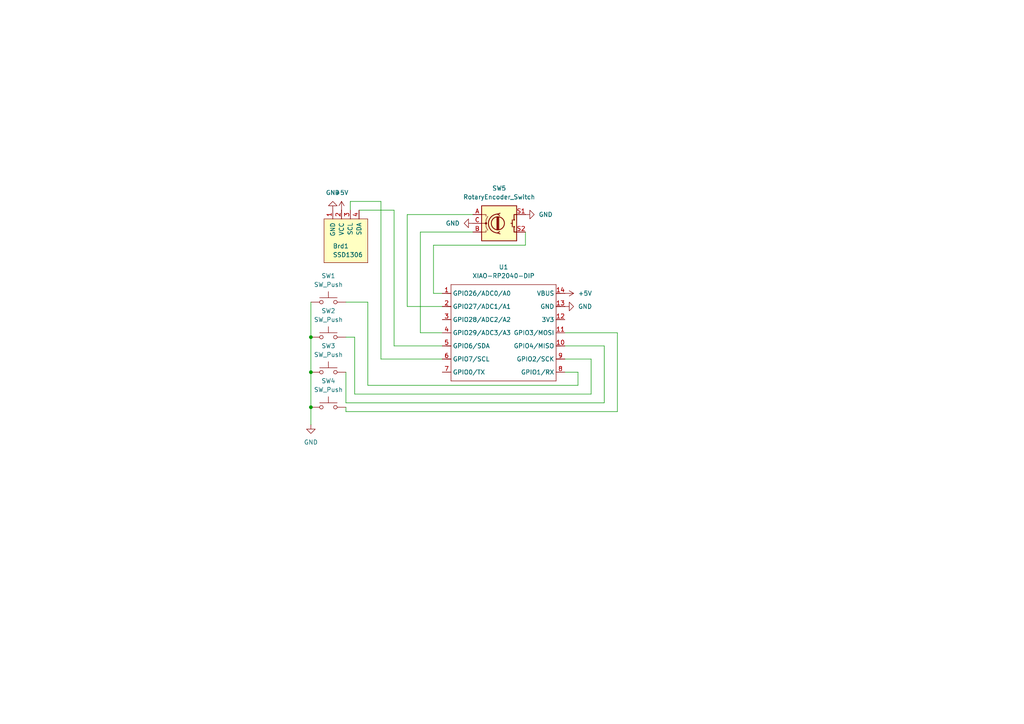
<source format=kicad_sch>
(kicad_sch
	(version 20231120)
	(generator "eeschema")
	(generator_version "8.0")
	(uuid "57f54316-b327-454d-b09a-b37c94030011")
	(paper "A4")
	(lib_symbols
		(symbol "0.96_OLED_Display:SSD1306"
			(pin_names
				(offset 1.016)
			)
			(exclude_from_sim no)
			(in_bom yes)
			(on_board yes)
			(property "Reference" "Brd"
				(at 0 -3.81 0)
				(effects
					(font
						(size 1.27 1.27)
					)
				)
			)
			(property "Value" "SSD1306"
				(at 0 -1.27 0)
				(effects
					(font
						(size 1.27 1.27)
					)
				)
			)
			(property "Footprint" ""
				(at 0 6.35 0)
				(effects
					(font
						(size 1.27 1.27)
					)
					(hide yes)
				)
			)
			(property "Datasheet" ""
				(at 0 6.35 0)
				(effects
					(font
						(size 1.27 1.27)
					)
					(hide yes)
				)
			)
			(property "Description" "SSD1306 OLED"
				(at 0 0 0)
				(effects
					(font
						(size 1.27 1.27)
					)
					(hide yes)
				)
			)
			(property "ki_keywords" "SSD1306"
				(at 0 0 0)
				(effects
					(font
						(size 1.27 1.27)
					)
					(hide yes)
				)
			)
			(property "ki_fp_filters" "SSD1306-128x64_OLED:SSD1306"
				(at 0 0 0)
				(effects
					(font
						(size 1.27 1.27)
					)
					(hide yes)
				)
			)
			(symbol "SSD1306_0_1"
				(rectangle
					(start -6.35 6.35)
					(end 6.35 -6.35)
					(stroke
						(width 0)
						(type solid)
					)
					(fill
						(type background)
					)
				)
			)
			(symbol "SSD1306_1_1"
				(pin input line
					(at -3.81 8.89 270)
					(length 2.54)
					(name "GND"
						(effects
							(font
								(size 1.27 1.27)
							)
						)
					)
					(number "1"
						(effects
							(font
								(size 1.27 1.27)
							)
						)
					)
				)
				(pin input line
					(at -1.27 8.89 270)
					(length 2.54)
					(name "VCC"
						(effects
							(font
								(size 1.27 1.27)
							)
						)
					)
					(number "2"
						(effects
							(font
								(size 1.27 1.27)
							)
						)
					)
				)
				(pin input line
					(at 1.27 8.89 270)
					(length 2.54)
					(name "SCL"
						(effects
							(font
								(size 1.27 1.27)
							)
						)
					)
					(number "3"
						(effects
							(font
								(size 1.27 1.27)
							)
						)
					)
				)
				(pin input line
					(at 3.81 8.89 270)
					(length 2.54)
					(name "SDA"
						(effects
							(font
								(size 1.27 1.27)
							)
						)
					)
					(number "4"
						(effects
							(font
								(size 1.27 1.27)
							)
						)
					)
				)
			)
		)
		(symbol "Device:RotaryEncoder_Switch"
			(pin_names
				(offset 0.254) hide)
			(exclude_from_sim no)
			(in_bom yes)
			(on_board yes)
			(property "Reference" "SW"
				(at 0 6.604 0)
				(effects
					(font
						(size 1.27 1.27)
					)
				)
			)
			(property "Value" "RotaryEncoder_Switch"
				(at 0 -6.604 0)
				(effects
					(font
						(size 1.27 1.27)
					)
				)
			)
			(property "Footprint" ""
				(at -3.81 4.064 0)
				(effects
					(font
						(size 1.27 1.27)
					)
					(hide yes)
				)
			)
			(property "Datasheet" "~"
				(at 0 6.604 0)
				(effects
					(font
						(size 1.27 1.27)
					)
					(hide yes)
				)
			)
			(property "Description" "Rotary encoder, dual channel, incremental quadrate outputs, with switch"
				(at 0 0 0)
				(effects
					(font
						(size 1.27 1.27)
					)
					(hide yes)
				)
			)
			(property "ki_keywords" "rotary switch encoder switch push button"
				(at 0 0 0)
				(effects
					(font
						(size 1.27 1.27)
					)
					(hide yes)
				)
			)
			(property "ki_fp_filters" "RotaryEncoder*Switch*"
				(at 0 0 0)
				(effects
					(font
						(size 1.27 1.27)
					)
					(hide yes)
				)
			)
			(symbol "RotaryEncoder_Switch_0_1"
				(rectangle
					(start -5.08 5.08)
					(end 5.08 -5.08)
					(stroke
						(width 0.254)
						(type default)
					)
					(fill
						(type background)
					)
				)
				(circle
					(center -3.81 0)
					(radius 0.254)
					(stroke
						(width 0)
						(type default)
					)
					(fill
						(type outline)
					)
				)
				(circle
					(center -0.381 0)
					(radius 1.905)
					(stroke
						(width 0.254)
						(type default)
					)
					(fill
						(type none)
					)
				)
				(arc
					(start -0.381 2.667)
					(mid -3.0988 -0.0635)
					(end -0.381 -2.794)
					(stroke
						(width 0.254)
						(type default)
					)
					(fill
						(type none)
					)
				)
				(polyline
					(pts
						(xy -0.635 -1.778) (xy -0.635 1.778)
					)
					(stroke
						(width 0.254)
						(type default)
					)
					(fill
						(type none)
					)
				)
				(polyline
					(pts
						(xy -0.381 -1.778) (xy -0.381 1.778)
					)
					(stroke
						(width 0.254)
						(type default)
					)
					(fill
						(type none)
					)
				)
				(polyline
					(pts
						(xy -0.127 1.778) (xy -0.127 -1.778)
					)
					(stroke
						(width 0.254)
						(type default)
					)
					(fill
						(type none)
					)
				)
				(polyline
					(pts
						(xy 3.81 0) (xy 3.429 0)
					)
					(stroke
						(width 0.254)
						(type default)
					)
					(fill
						(type none)
					)
				)
				(polyline
					(pts
						(xy 3.81 1.016) (xy 3.81 -1.016)
					)
					(stroke
						(width 0.254)
						(type default)
					)
					(fill
						(type none)
					)
				)
				(polyline
					(pts
						(xy -5.08 -2.54) (xy -3.81 -2.54) (xy -3.81 -2.032)
					)
					(stroke
						(width 0)
						(type default)
					)
					(fill
						(type none)
					)
				)
				(polyline
					(pts
						(xy -5.08 2.54) (xy -3.81 2.54) (xy -3.81 2.032)
					)
					(stroke
						(width 0)
						(type default)
					)
					(fill
						(type none)
					)
				)
				(polyline
					(pts
						(xy 0.254 -3.048) (xy -0.508 -2.794) (xy 0.127 -2.413)
					)
					(stroke
						(width 0.254)
						(type default)
					)
					(fill
						(type none)
					)
				)
				(polyline
					(pts
						(xy 0.254 2.921) (xy -0.508 2.667) (xy 0.127 2.286)
					)
					(stroke
						(width 0.254)
						(type default)
					)
					(fill
						(type none)
					)
				)
				(polyline
					(pts
						(xy 5.08 -2.54) (xy 4.318 -2.54) (xy 4.318 -1.016)
					)
					(stroke
						(width 0.254)
						(type default)
					)
					(fill
						(type none)
					)
				)
				(polyline
					(pts
						(xy 5.08 2.54) (xy 4.318 2.54) (xy 4.318 1.016)
					)
					(stroke
						(width 0.254)
						(type default)
					)
					(fill
						(type none)
					)
				)
				(polyline
					(pts
						(xy -5.08 0) (xy -3.81 0) (xy -3.81 -1.016) (xy -3.302 -2.032)
					)
					(stroke
						(width 0)
						(type default)
					)
					(fill
						(type none)
					)
				)
				(polyline
					(pts
						(xy -4.318 0) (xy -3.81 0) (xy -3.81 1.016) (xy -3.302 2.032)
					)
					(stroke
						(width 0)
						(type default)
					)
					(fill
						(type none)
					)
				)
				(circle
					(center 4.318 -1.016)
					(radius 0.127)
					(stroke
						(width 0.254)
						(type default)
					)
					(fill
						(type none)
					)
				)
				(circle
					(center 4.318 1.016)
					(radius 0.127)
					(stroke
						(width 0.254)
						(type default)
					)
					(fill
						(type none)
					)
				)
			)
			(symbol "RotaryEncoder_Switch_1_1"
				(pin passive line
					(at -7.62 2.54 0)
					(length 2.54)
					(name "A"
						(effects
							(font
								(size 1.27 1.27)
							)
						)
					)
					(number "A"
						(effects
							(font
								(size 1.27 1.27)
							)
						)
					)
				)
				(pin passive line
					(at -7.62 -2.54 0)
					(length 2.54)
					(name "B"
						(effects
							(font
								(size 1.27 1.27)
							)
						)
					)
					(number "B"
						(effects
							(font
								(size 1.27 1.27)
							)
						)
					)
				)
				(pin passive line
					(at -7.62 0 0)
					(length 2.54)
					(name "C"
						(effects
							(font
								(size 1.27 1.27)
							)
						)
					)
					(number "C"
						(effects
							(font
								(size 1.27 1.27)
							)
						)
					)
				)
				(pin passive line
					(at 7.62 2.54 180)
					(length 2.54)
					(name "S1"
						(effects
							(font
								(size 1.27 1.27)
							)
						)
					)
					(number "S1"
						(effects
							(font
								(size 1.27 1.27)
							)
						)
					)
				)
				(pin passive line
					(at 7.62 -2.54 180)
					(length 2.54)
					(name "S2"
						(effects
							(font
								(size 1.27 1.27)
							)
						)
					)
					(number "S2"
						(effects
							(font
								(size 1.27 1.27)
							)
						)
					)
				)
			)
		)
		(symbol "OPL:XIAO-RP2040-DIP"
			(exclude_from_sim no)
			(in_bom yes)
			(on_board yes)
			(property "Reference" "U"
				(at 0 0 0)
				(effects
					(font
						(size 1.27 1.27)
					)
				)
			)
			(property "Value" "XIAO-RP2040-DIP"
				(at 5.334 -1.778 0)
				(effects
					(font
						(size 1.27 1.27)
					)
				)
			)
			(property "Footprint" "Module:MOUDLE14P-XIAO-DIP-SMD"
				(at 14.478 -32.258 0)
				(effects
					(font
						(size 1.27 1.27)
					)
					(hide yes)
				)
			)
			(property "Datasheet" ""
				(at 0 0 0)
				(effects
					(font
						(size 1.27 1.27)
					)
					(hide yes)
				)
			)
			(property "Description" ""
				(at 0 0 0)
				(effects
					(font
						(size 1.27 1.27)
					)
					(hide yes)
				)
			)
			(symbol "XIAO-RP2040-DIP_1_0"
				(polyline
					(pts
						(xy -1.27 -30.48) (xy -1.27 -16.51)
					)
					(stroke
						(width 0.1524)
						(type solid)
					)
					(fill
						(type none)
					)
				)
				(polyline
					(pts
						(xy -1.27 -27.94) (xy -2.54 -27.94)
					)
					(stroke
						(width 0.1524)
						(type solid)
					)
					(fill
						(type none)
					)
				)
				(polyline
					(pts
						(xy -1.27 -24.13) (xy -2.54 -24.13)
					)
					(stroke
						(width 0.1524)
						(type solid)
					)
					(fill
						(type none)
					)
				)
				(polyline
					(pts
						(xy -1.27 -20.32) (xy -2.54 -20.32)
					)
					(stroke
						(width 0.1524)
						(type solid)
					)
					(fill
						(type none)
					)
				)
				(polyline
					(pts
						(xy -1.27 -16.51) (xy -2.54 -16.51)
					)
					(stroke
						(width 0.1524)
						(type solid)
					)
					(fill
						(type none)
					)
				)
				(polyline
					(pts
						(xy -1.27 -16.51) (xy -1.27 -12.7)
					)
					(stroke
						(width 0.1524)
						(type solid)
					)
					(fill
						(type none)
					)
				)
				(polyline
					(pts
						(xy -1.27 -12.7) (xy -2.54 -12.7)
					)
					(stroke
						(width 0.1524)
						(type solid)
					)
					(fill
						(type none)
					)
				)
				(polyline
					(pts
						(xy -1.27 -12.7) (xy -1.27 -8.89)
					)
					(stroke
						(width 0.1524)
						(type solid)
					)
					(fill
						(type none)
					)
				)
				(polyline
					(pts
						(xy -1.27 -8.89) (xy -2.54 -8.89)
					)
					(stroke
						(width 0.1524)
						(type solid)
					)
					(fill
						(type none)
					)
				)
				(polyline
					(pts
						(xy -1.27 -8.89) (xy -1.27 -5.08)
					)
					(stroke
						(width 0.1524)
						(type solid)
					)
					(fill
						(type none)
					)
				)
				(polyline
					(pts
						(xy -1.27 -5.08) (xy -2.54 -5.08)
					)
					(stroke
						(width 0.1524)
						(type solid)
					)
					(fill
						(type none)
					)
				)
				(polyline
					(pts
						(xy -1.27 -5.08) (xy -1.27 -2.54)
					)
					(stroke
						(width 0.1524)
						(type solid)
					)
					(fill
						(type none)
					)
				)
				(polyline
					(pts
						(xy -1.27 -2.54) (xy 29.21 -2.54)
					)
					(stroke
						(width 0.1524)
						(type solid)
					)
					(fill
						(type none)
					)
				)
				(polyline
					(pts
						(xy 29.21 -30.48) (xy -1.27 -30.48)
					)
					(stroke
						(width 0.1524)
						(type solid)
					)
					(fill
						(type none)
					)
				)
				(polyline
					(pts
						(xy 29.21 -12.7) (xy 29.21 -30.48)
					)
					(stroke
						(width 0.1524)
						(type solid)
					)
					(fill
						(type none)
					)
				)
				(polyline
					(pts
						(xy 29.21 -8.89) (xy 29.21 -12.7)
					)
					(stroke
						(width 0.1524)
						(type solid)
					)
					(fill
						(type none)
					)
				)
				(polyline
					(pts
						(xy 29.21 -5.08) (xy 29.21 -8.89)
					)
					(stroke
						(width 0.1524)
						(type solid)
					)
					(fill
						(type none)
					)
				)
				(polyline
					(pts
						(xy 29.21 -2.54) (xy 29.21 -5.08)
					)
					(stroke
						(width 0.1524)
						(type solid)
					)
					(fill
						(type none)
					)
				)
				(polyline
					(pts
						(xy 30.48 -27.94) (xy 29.21 -27.94)
					)
					(stroke
						(width 0.1524)
						(type solid)
					)
					(fill
						(type none)
					)
				)
				(polyline
					(pts
						(xy 30.48 -24.13) (xy 29.21 -24.13)
					)
					(stroke
						(width 0.1524)
						(type solid)
					)
					(fill
						(type none)
					)
				)
				(polyline
					(pts
						(xy 30.48 -20.32) (xy 29.21 -20.32)
					)
					(stroke
						(width 0.1524)
						(type solid)
					)
					(fill
						(type none)
					)
				)
				(polyline
					(pts
						(xy 30.48 -16.51) (xy 29.21 -16.51)
					)
					(stroke
						(width 0.1524)
						(type solid)
					)
					(fill
						(type none)
					)
				)
				(polyline
					(pts
						(xy 30.48 -12.7) (xy 29.21 -12.7)
					)
					(stroke
						(width 0.1524)
						(type solid)
					)
					(fill
						(type none)
					)
				)
				(polyline
					(pts
						(xy 30.48 -8.89) (xy 29.21 -8.89)
					)
					(stroke
						(width 0.1524)
						(type solid)
					)
					(fill
						(type none)
					)
				)
				(polyline
					(pts
						(xy 30.48 -5.08) (xy 29.21 -5.08)
					)
					(stroke
						(width 0.1524)
						(type solid)
					)
					(fill
						(type none)
					)
				)
				(pin passive line
					(at -3.81 -5.08 0)
					(length 2.54)
					(name "GPIO26/ADC0/A0"
						(effects
							(font
								(size 1.27 1.27)
							)
						)
					)
					(number "1"
						(effects
							(font
								(size 1.27 1.27)
							)
						)
					)
				)
				(pin passive line
					(at 31.75 -20.32 180)
					(length 2.54)
					(name "GPIO4/MISO"
						(effects
							(font
								(size 1.27 1.27)
							)
						)
					)
					(number "10"
						(effects
							(font
								(size 1.27 1.27)
							)
						)
					)
				)
				(pin passive line
					(at 31.75 -16.51 180)
					(length 2.54)
					(name "GPIO3/MOSI"
						(effects
							(font
								(size 1.27 1.27)
							)
						)
					)
					(number "11"
						(effects
							(font
								(size 1.27 1.27)
							)
						)
					)
				)
				(pin passive line
					(at 31.75 -12.7 180)
					(length 2.54)
					(name "3V3"
						(effects
							(font
								(size 1.27 1.27)
							)
						)
					)
					(number "12"
						(effects
							(font
								(size 1.27 1.27)
							)
						)
					)
				)
				(pin passive line
					(at 31.75 -8.89 180)
					(length 2.54)
					(name "GND"
						(effects
							(font
								(size 1.27 1.27)
							)
						)
					)
					(number "13"
						(effects
							(font
								(size 1.27 1.27)
							)
						)
					)
				)
				(pin passive line
					(at 31.75 -5.08 180)
					(length 2.54)
					(name "VBUS"
						(effects
							(font
								(size 1.27 1.27)
							)
						)
					)
					(number "14"
						(effects
							(font
								(size 1.27 1.27)
							)
						)
					)
				)
				(pin passive line
					(at -3.81 -8.89 0)
					(length 2.54)
					(name "GPIO27/ADC1/A1"
						(effects
							(font
								(size 1.27 1.27)
							)
						)
					)
					(number "2"
						(effects
							(font
								(size 1.27 1.27)
							)
						)
					)
				)
				(pin passive line
					(at -3.81 -12.7 0)
					(length 2.54)
					(name "GPIO28/ADC2/A2"
						(effects
							(font
								(size 1.27 1.27)
							)
						)
					)
					(number "3"
						(effects
							(font
								(size 1.27 1.27)
							)
						)
					)
				)
				(pin passive line
					(at -3.81 -16.51 0)
					(length 2.54)
					(name "GPIO29/ADC3/A3"
						(effects
							(font
								(size 1.27 1.27)
							)
						)
					)
					(number "4"
						(effects
							(font
								(size 1.27 1.27)
							)
						)
					)
				)
				(pin passive line
					(at -3.81 -20.32 0)
					(length 2.54)
					(name "GPIO6/SDA"
						(effects
							(font
								(size 1.27 1.27)
							)
						)
					)
					(number "5"
						(effects
							(font
								(size 1.27 1.27)
							)
						)
					)
				)
				(pin passive line
					(at -3.81 -24.13 0)
					(length 2.54)
					(name "GPIO7/SCL"
						(effects
							(font
								(size 1.27 1.27)
							)
						)
					)
					(number "6"
						(effects
							(font
								(size 1.27 1.27)
							)
						)
					)
				)
				(pin passive line
					(at -3.81 -27.94 0)
					(length 2.54)
					(name "GPIO0/TX"
						(effects
							(font
								(size 1.27 1.27)
							)
						)
					)
					(number "7"
						(effects
							(font
								(size 1.27 1.27)
							)
						)
					)
				)
				(pin passive line
					(at 31.75 -27.94 180)
					(length 2.54)
					(name "GPIO1/RX"
						(effects
							(font
								(size 1.27 1.27)
							)
						)
					)
					(number "8"
						(effects
							(font
								(size 1.27 1.27)
							)
						)
					)
				)
				(pin passive line
					(at 31.75 -24.13 180)
					(length 2.54)
					(name "GPIO2/SCK"
						(effects
							(font
								(size 1.27 1.27)
							)
						)
					)
					(number "9"
						(effects
							(font
								(size 1.27 1.27)
							)
						)
					)
				)
			)
		)
		(symbol "Switch:SW_Push"
			(pin_numbers hide)
			(pin_names
				(offset 1.016) hide)
			(exclude_from_sim no)
			(in_bom yes)
			(on_board yes)
			(property "Reference" "SW"
				(at 1.27 2.54 0)
				(effects
					(font
						(size 1.27 1.27)
					)
					(justify left)
				)
			)
			(property "Value" "SW_Push"
				(at 0 -1.524 0)
				(effects
					(font
						(size 1.27 1.27)
					)
				)
			)
			(property "Footprint" ""
				(at 0 5.08 0)
				(effects
					(font
						(size 1.27 1.27)
					)
					(hide yes)
				)
			)
			(property "Datasheet" "~"
				(at 0 5.08 0)
				(effects
					(font
						(size 1.27 1.27)
					)
					(hide yes)
				)
			)
			(property "Description" "Push button switch, generic, two pins"
				(at 0 0 0)
				(effects
					(font
						(size 1.27 1.27)
					)
					(hide yes)
				)
			)
			(property "ki_keywords" "switch normally-open pushbutton push-button"
				(at 0 0 0)
				(effects
					(font
						(size 1.27 1.27)
					)
					(hide yes)
				)
			)
			(symbol "SW_Push_0_1"
				(circle
					(center -2.032 0)
					(radius 0.508)
					(stroke
						(width 0)
						(type default)
					)
					(fill
						(type none)
					)
				)
				(polyline
					(pts
						(xy 0 1.27) (xy 0 3.048)
					)
					(stroke
						(width 0)
						(type default)
					)
					(fill
						(type none)
					)
				)
				(polyline
					(pts
						(xy 2.54 1.27) (xy -2.54 1.27)
					)
					(stroke
						(width 0)
						(type default)
					)
					(fill
						(type none)
					)
				)
				(circle
					(center 2.032 0)
					(radius 0.508)
					(stroke
						(width 0)
						(type default)
					)
					(fill
						(type none)
					)
				)
				(pin passive line
					(at -5.08 0 0)
					(length 2.54)
					(name "1"
						(effects
							(font
								(size 1.27 1.27)
							)
						)
					)
					(number "1"
						(effects
							(font
								(size 1.27 1.27)
							)
						)
					)
				)
				(pin passive line
					(at 5.08 0 180)
					(length 2.54)
					(name "2"
						(effects
							(font
								(size 1.27 1.27)
							)
						)
					)
					(number "2"
						(effects
							(font
								(size 1.27 1.27)
							)
						)
					)
				)
			)
		)
		(symbol "power:+5V"
			(power)
			(pin_numbers hide)
			(pin_names
				(offset 0) hide)
			(exclude_from_sim no)
			(in_bom yes)
			(on_board yes)
			(property "Reference" "#PWR"
				(at 0 -3.81 0)
				(effects
					(font
						(size 1.27 1.27)
					)
					(hide yes)
				)
			)
			(property "Value" "+5V"
				(at 0 3.556 0)
				(effects
					(font
						(size 1.27 1.27)
					)
				)
			)
			(property "Footprint" ""
				(at 0 0 0)
				(effects
					(font
						(size 1.27 1.27)
					)
					(hide yes)
				)
			)
			(property "Datasheet" ""
				(at 0 0 0)
				(effects
					(font
						(size 1.27 1.27)
					)
					(hide yes)
				)
			)
			(property "Description" "Power symbol creates a global label with name \"+5V\""
				(at 0 0 0)
				(effects
					(font
						(size 1.27 1.27)
					)
					(hide yes)
				)
			)
			(property "ki_keywords" "global power"
				(at 0 0 0)
				(effects
					(font
						(size 1.27 1.27)
					)
					(hide yes)
				)
			)
			(symbol "+5V_0_1"
				(polyline
					(pts
						(xy -0.762 1.27) (xy 0 2.54)
					)
					(stroke
						(width 0)
						(type default)
					)
					(fill
						(type none)
					)
				)
				(polyline
					(pts
						(xy 0 0) (xy 0 2.54)
					)
					(stroke
						(width 0)
						(type default)
					)
					(fill
						(type none)
					)
				)
				(polyline
					(pts
						(xy 0 2.54) (xy 0.762 1.27)
					)
					(stroke
						(width 0)
						(type default)
					)
					(fill
						(type none)
					)
				)
			)
			(symbol "+5V_1_1"
				(pin power_in line
					(at 0 0 90)
					(length 0)
					(name "~"
						(effects
							(font
								(size 1.27 1.27)
							)
						)
					)
					(number "1"
						(effects
							(font
								(size 1.27 1.27)
							)
						)
					)
				)
			)
		)
		(symbol "power:GND"
			(power)
			(pin_numbers hide)
			(pin_names
				(offset 0) hide)
			(exclude_from_sim no)
			(in_bom yes)
			(on_board yes)
			(property "Reference" "#PWR"
				(at 0 -6.35 0)
				(effects
					(font
						(size 1.27 1.27)
					)
					(hide yes)
				)
			)
			(property "Value" "GND"
				(at 0 -3.81 0)
				(effects
					(font
						(size 1.27 1.27)
					)
				)
			)
			(property "Footprint" ""
				(at 0 0 0)
				(effects
					(font
						(size 1.27 1.27)
					)
					(hide yes)
				)
			)
			(property "Datasheet" ""
				(at 0 0 0)
				(effects
					(font
						(size 1.27 1.27)
					)
					(hide yes)
				)
			)
			(property "Description" "Power symbol creates a global label with name \"GND\" , ground"
				(at 0 0 0)
				(effects
					(font
						(size 1.27 1.27)
					)
					(hide yes)
				)
			)
			(property "ki_keywords" "global power"
				(at 0 0 0)
				(effects
					(font
						(size 1.27 1.27)
					)
					(hide yes)
				)
			)
			(symbol "GND_0_1"
				(polyline
					(pts
						(xy 0 0) (xy 0 -1.27) (xy 1.27 -1.27) (xy 0 -2.54) (xy -1.27 -1.27) (xy 0 -1.27)
					)
					(stroke
						(width 0)
						(type default)
					)
					(fill
						(type none)
					)
				)
			)
			(symbol "GND_1_1"
				(pin power_in line
					(at 0 0 270)
					(length 0)
					(name "~"
						(effects
							(font
								(size 1.27 1.27)
							)
						)
					)
					(number "1"
						(effects
							(font
								(size 1.27 1.27)
							)
						)
					)
				)
			)
		)
	)
	(junction
		(at 90.17 118.11)
		(diameter 0)
		(color 0 0 0 0)
		(uuid "1bcc1ca1-f6e0-4334-b96a-a8f894af226c")
	)
	(junction
		(at 90.17 107.95)
		(diameter 0)
		(color 0 0 0 0)
		(uuid "33be2c8a-83da-44a4-8d36-3198df60b559")
	)
	(junction
		(at 90.17 97.79)
		(diameter 0)
		(color 0 0 0 0)
		(uuid "dc423c67-996b-461d-a205-fe1f8450b45b")
	)
	(wire
		(pts
			(xy 167.64 107.95) (xy 163.83 107.95)
		)
		(stroke
			(width 0)
			(type default)
		)
		(uuid "023fae08-4c4d-4f2d-b103-a9e375600845")
	)
	(wire
		(pts
			(xy 101.6 58.42) (xy 110.49 58.42)
		)
		(stroke
			(width 0)
			(type default)
		)
		(uuid "066eac71-1414-4e74-b72c-b28c45d50ee5")
	)
	(wire
		(pts
			(xy 90.17 107.95) (xy 90.17 118.11)
		)
		(stroke
			(width 0)
			(type default)
		)
		(uuid "0aee2114-6850-4809-9146-1e8f16955631")
	)
	(wire
		(pts
			(xy 100.33 97.79) (xy 102.87 97.79)
		)
		(stroke
			(width 0)
			(type default)
		)
		(uuid "1264581c-9da1-4733-a804-e3ce391f414c")
	)
	(wire
		(pts
			(xy 101.6 60.96) (xy 101.6 58.42)
		)
		(stroke
			(width 0)
			(type default)
		)
		(uuid "12954e63-61b7-4ae8-bdc3-b214d5b84e01")
	)
	(wire
		(pts
			(xy 152.4 71.12) (xy 125.73 71.12)
		)
		(stroke
			(width 0)
			(type default)
		)
		(uuid "1abc742f-3942-445b-a85c-70f157e11f7b")
	)
	(wire
		(pts
			(xy 110.49 104.14) (xy 128.27 104.14)
		)
		(stroke
			(width 0)
			(type default)
		)
		(uuid "2368b4c0-4d25-4374-b33d-79687b67ed0d")
	)
	(wire
		(pts
			(xy 167.64 111.76) (xy 167.64 107.95)
		)
		(stroke
			(width 0)
			(type default)
		)
		(uuid "25d802ef-b0a9-43f7-818a-af6bb17d27f1")
	)
	(wire
		(pts
			(xy 121.92 96.52) (xy 128.27 96.52)
		)
		(stroke
			(width 0)
			(type default)
		)
		(uuid "33797e28-7ddd-4837-9533-8b9cb1b21f21")
	)
	(wire
		(pts
			(xy 125.73 71.12) (xy 125.73 85.09)
		)
		(stroke
			(width 0)
			(type default)
		)
		(uuid "3a31426d-f0d4-4470-ac68-0f1c1a09adbc")
	)
	(wire
		(pts
			(xy 137.16 67.31) (xy 121.92 67.31)
		)
		(stroke
			(width 0)
			(type default)
		)
		(uuid "40d17c1b-82bb-4828-9f77-ce07a5dc46d2")
	)
	(wire
		(pts
			(xy 163.83 96.52) (xy 179.07 96.52)
		)
		(stroke
			(width 0)
			(type default)
		)
		(uuid "51cecaa1-3ba9-404c-a8bb-2b8eb0bce136")
	)
	(wire
		(pts
			(xy 100.33 119.38) (xy 179.07 119.38)
		)
		(stroke
			(width 0)
			(type default)
		)
		(uuid "526f43a9-b645-4823-bc8c-f7a775826e9b")
	)
	(wire
		(pts
			(xy 100.33 87.63) (xy 106.68 87.63)
		)
		(stroke
			(width 0)
			(type default)
		)
		(uuid "5569f6d7-b67b-4c5c-a364-9a052023f18e")
	)
	(wire
		(pts
			(xy 106.68 111.76) (xy 167.64 111.76)
		)
		(stroke
			(width 0)
			(type default)
		)
		(uuid "670788e1-925d-40c9-acda-773d3e61b9b0")
	)
	(wire
		(pts
			(xy 100.33 118.11) (xy 100.33 119.38)
		)
		(stroke
			(width 0)
			(type default)
		)
		(uuid "707fcd9f-e444-4d8d-ba06-67c57e167d8a")
	)
	(wire
		(pts
			(xy 114.3 60.96) (xy 114.3 100.33)
		)
		(stroke
			(width 0)
			(type default)
		)
		(uuid "73c940a9-70a8-4d47-86e7-cf4dbb139067")
	)
	(wire
		(pts
			(xy 179.07 96.52) (xy 179.07 119.38)
		)
		(stroke
			(width 0)
			(type default)
		)
		(uuid "784a049a-6498-485c-ad81-a1b39ab68031")
	)
	(wire
		(pts
			(xy 110.49 58.42) (xy 110.49 104.14)
		)
		(stroke
			(width 0)
			(type default)
		)
		(uuid "7bbefe10-c747-4432-a180-498118af5a20")
	)
	(wire
		(pts
			(xy 100.33 116.84) (xy 175.26 116.84)
		)
		(stroke
			(width 0)
			(type default)
		)
		(uuid "7d260fa2-b121-46e1-9708-90033b5b0cc9")
	)
	(wire
		(pts
			(xy 125.73 85.09) (xy 128.27 85.09)
		)
		(stroke
			(width 0)
			(type default)
		)
		(uuid "7f4c8066-c1ea-4feb-904c-c9797d034a90")
	)
	(wire
		(pts
			(xy 114.3 100.33) (xy 128.27 100.33)
		)
		(stroke
			(width 0)
			(type default)
		)
		(uuid "8039f36e-9ffa-46a4-8423-13408f31d7ce")
	)
	(wire
		(pts
			(xy 100.33 107.95) (xy 100.33 116.84)
		)
		(stroke
			(width 0)
			(type default)
		)
		(uuid "81b00f63-8623-456e-acd6-7fae4b321369")
	)
	(wire
		(pts
			(xy 118.11 88.9) (xy 128.27 88.9)
		)
		(stroke
			(width 0)
			(type default)
		)
		(uuid "8e0aca15-edfa-42a2-a736-1492873e849b")
	)
	(wire
		(pts
			(xy 137.16 62.23) (xy 118.11 62.23)
		)
		(stroke
			(width 0)
			(type default)
		)
		(uuid "a0a55dd3-446b-446d-aafb-e1abc3d9861b")
	)
	(wire
		(pts
			(xy 171.45 114.3) (xy 171.45 104.14)
		)
		(stroke
			(width 0)
			(type default)
		)
		(uuid "a4649d0d-55cd-4534-b83d-60bf6728ae46")
	)
	(wire
		(pts
			(xy 102.87 114.3) (xy 171.45 114.3)
		)
		(stroke
			(width 0)
			(type default)
		)
		(uuid "bcbaebb0-1b62-429a-a411-6cb0205a13d8")
	)
	(wire
		(pts
			(xy 106.68 87.63) (xy 106.68 111.76)
		)
		(stroke
			(width 0)
			(type default)
		)
		(uuid "c223c7d8-5aef-48f5-91ef-8e0ef64159c4")
	)
	(wire
		(pts
			(xy 163.83 104.14) (xy 171.45 104.14)
		)
		(stroke
			(width 0)
			(type default)
		)
		(uuid "c4663e45-1470-4889-8ed9-e47e9f571f9f")
	)
	(wire
		(pts
			(xy 90.17 118.11) (xy 90.17 123.19)
		)
		(stroke
			(width 0)
			(type default)
		)
		(uuid "d3e790c9-75af-48f7-93f8-1f219a47449c")
	)
	(wire
		(pts
			(xy 152.4 67.31) (xy 152.4 71.12)
		)
		(stroke
			(width 0)
			(type default)
		)
		(uuid "d5ff4e90-01e3-4962-8323-65b36a79fd09")
	)
	(wire
		(pts
			(xy 90.17 87.63) (xy 90.17 97.79)
		)
		(stroke
			(width 0)
			(type default)
		)
		(uuid "d94a8f5c-b39a-4baf-9dbc-8c381b709fe0")
	)
	(wire
		(pts
			(xy 118.11 62.23) (xy 118.11 88.9)
		)
		(stroke
			(width 0)
			(type default)
		)
		(uuid "e414602b-28a4-4e20-99ab-9d84f69eec1b")
	)
	(wire
		(pts
			(xy 104.14 60.96) (xy 114.3 60.96)
		)
		(stroke
			(width 0)
			(type default)
		)
		(uuid "e4cfe7fc-f5d6-4b98-a996-0aa4d95d6712")
	)
	(wire
		(pts
			(xy 175.26 100.33) (xy 163.83 100.33)
		)
		(stroke
			(width 0)
			(type default)
		)
		(uuid "e67eb477-4f1f-4b98-a304-a3396f3ee5ca")
	)
	(wire
		(pts
			(xy 121.92 67.31) (xy 121.92 96.52)
		)
		(stroke
			(width 0)
			(type default)
		)
		(uuid "e7d27706-627e-4c48-b6b5-dc512a12092c")
	)
	(wire
		(pts
			(xy 90.17 97.79) (xy 90.17 107.95)
		)
		(stroke
			(width 0)
			(type default)
		)
		(uuid "f0a9c15a-46b8-42d0-9e03-8e8280a510b9")
	)
	(wire
		(pts
			(xy 102.87 97.79) (xy 102.87 114.3)
		)
		(stroke
			(width 0)
			(type default)
		)
		(uuid "fc418e35-a8a6-44b5-8d86-b94787541aad")
	)
	(wire
		(pts
			(xy 175.26 116.84) (xy 175.26 100.33)
		)
		(stroke
			(width 0)
			(type default)
		)
		(uuid "fda1d667-bd5d-428e-8c0f-d76b2281232d")
	)
	(symbol
		(lib_id "OPL:XIAO-RP2040-DIP")
		(at 132.08 80.01 0)
		(unit 1)
		(exclude_from_sim no)
		(in_bom yes)
		(on_board yes)
		(dnp no)
		(fields_autoplaced yes)
		(uuid "0e73b59f-735c-4f84-bb13-3e7e6f216612")
		(property "Reference" "U1"
			(at 146.05 77.47 0)
			(effects
				(font
					(size 1.27 1.27)
				)
			)
		)
		(property "Value" "XIAO-RP2040-DIP"
			(at 146.05 80.01 0)
			(effects
				(font
					(size 1.27 1.27)
				)
			)
		)
		(property "Footprint" "OPL:XIAO-RP2040-DIP"
			(at 146.558 112.268 0)
			(effects
				(font
					(size 1.27 1.27)
				)
				(hide yes)
			)
		)
		(property "Datasheet" ""
			(at 132.08 80.01 0)
			(effects
				(font
					(size 1.27 1.27)
				)
				(hide yes)
			)
		)
		(property "Description" ""
			(at 132.08 80.01 0)
			(effects
				(font
					(size 1.27 1.27)
				)
				(hide yes)
			)
		)
		(pin "5"
			(uuid "d016dfb8-b129-49b5-89cf-a012d391635e")
		)
		(pin "7"
			(uuid "d6a15a72-fea4-4964-a08f-a75f178ff6ba")
		)
		(pin "10"
			(uuid "1bbaddfb-df6d-4c86-a50b-54a93bf66736")
		)
		(pin "3"
			(uuid "94e93525-d48d-44f2-ac64-98607b5b9bd4")
		)
		(pin "8"
			(uuid "933d3f07-0cb3-45d0-8675-ee21aa18658d")
		)
		(pin "9"
			(uuid "8d68485d-8c25-4bfe-a5b8-9ffcead1ccbd")
		)
		(pin "1"
			(uuid "f78254c8-7150-44f1-b64b-0cc570113c4d")
		)
		(pin "11"
			(uuid "c587a96a-7d15-43c7-8331-e9781d107ecf")
		)
		(pin "4"
			(uuid "378d379f-5268-48f0-884a-e2dcd13b9cbe")
		)
		(pin "14"
			(uuid "e5c4d05d-788e-4e59-b273-bb3577e0bd72")
		)
		(pin "6"
			(uuid "a6d51f7a-9e1c-4091-8e08-7865df7dad57")
		)
		(pin "2"
			(uuid "77c48d8b-e082-4629-bc23-0b0cb83af5de")
		)
		(pin "12"
			(uuid "537cf442-c6ad-41ca-b7ae-04257be3b8f5")
		)
		(pin "13"
			(uuid "6500914e-9975-4703-9fd0-4153a6aa997d")
		)
		(instances
			(project ""
				(path "/57f54316-b327-454d-b09a-b37c94030011"
					(reference "U1")
					(unit 1)
				)
			)
		)
	)
	(symbol
		(lib_id "power:GND")
		(at 152.4 62.23 90)
		(unit 1)
		(exclude_from_sim no)
		(in_bom yes)
		(on_board yes)
		(dnp no)
		(fields_autoplaced yes)
		(uuid "1c1a0e37-42b2-4deb-9354-b4d7ca6fb45e")
		(property "Reference" "#PWR03"
			(at 158.75 62.23 0)
			(effects
				(font
					(size 1.27 1.27)
				)
				(hide yes)
			)
		)
		(property "Value" "GND"
			(at 156.21 62.2299 90)
			(effects
				(font
					(size 1.27 1.27)
				)
				(justify right)
			)
		)
		(property "Footprint" ""
			(at 152.4 62.23 0)
			(effects
				(font
					(size 1.27 1.27)
				)
				(hide yes)
			)
		)
		(property "Datasheet" ""
			(at 152.4 62.23 0)
			(effects
				(font
					(size 1.27 1.27)
				)
				(hide yes)
			)
		)
		(property "Description" "Power symbol creates a global label with name \"GND\" , ground"
			(at 152.4 62.23 0)
			(effects
				(font
					(size 1.27 1.27)
				)
				(hide yes)
			)
		)
		(pin "1"
			(uuid "a463953b-af48-4dfc-acdb-787f42e9da92")
		)
		(instances
			(project ""
				(path "/57f54316-b327-454d-b09a-b37c94030011"
					(reference "#PWR03")
					(unit 1)
				)
			)
		)
	)
	(symbol
		(lib_id "Switch:SW_Push")
		(at 95.25 87.63 0)
		(unit 1)
		(exclude_from_sim no)
		(in_bom yes)
		(on_board yes)
		(dnp no)
		(fields_autoplaced yes)
		(uuid "1fe8cde4-10f1-4240-8106-d1e1b31b7219")
		(property "Reference" "SW1"
			(at 95.25 80.01 0)
			(effects
				(font
					(size 1.27 1.27)
				)
			)
		)
		(property "Value" "SW_Push"
			(at 95.25 82.55 0)
			(effects
				(font
					(size 1.27 1.27)
				)
			)
		)
		(property "Footprint" "Button_Switch_Keyboard:SW_Cherry_MX_1.00u_PCB"
			(at 95.25 82.55 0)
			(effects
				(font
					(size 1.27 1.27)
				)
				(hide yes)
			)
		)
		(property "Datasheet" "~"
			(at 95.25 82.55 0)
			(effects
				(font
					(size 1.27 1.27)
				)
				(hide yes)
			)
		)
		(property "Description" "Push button switch, generic, two pins"
			(at 95.25 87.63 0)
			(effects
				(font
					(size 1.27 1.27)
				)
				(hide yes)
			)
		)
		(pin "1"
			(uuid "9b3e518b-336d-490a-8d0f-3465aa5da295")
		)
		(pin "2"
			(uuid "1d273315-9a92-4aad-9be0-469891a2ed2c")
		)
		(instances
			(project "PCB-Design"
				(path "/57f54316-b327-454d-b09a-b37c94030011"
					(reference "SW1")
					(unit 1)
				)
			)
		)
	)
	(symbol
		(lib_id "Switch:SW_Push")
		(at 95.25 107.95 0)
		(unit 1)
		(exclude_from_sim no)
		(in_bom yes)
		(on_board yes)
		(dnp no)
		(fields_autoplaced yes)
		(uuid "271cdb8d-a4a0-483e-9820-8ac108efbd86")
		(property "Reference" "SW3"
			(at 95.25 100.33 0)
			(effects
				(font
					(size 1.27 1.27)
				)
			)
		)
		(property "Value" "SW_Push"
			(at 95.25 102.87 0)
			(effects
				(font
					(size 1.27 1.27)
				)
			)
		)
		(property "Footprint" "Button_Switch_Keyboard:SW_Cherry_MX_1.00u_PCB"
			(at 95.25 102.87 0)
			(effects
				(font
					(size 1.27 1.27)
				)
				(hide yes)
			)
		)
		(property "Datasheet" "~"
			(at 95.25 102.87 0)
			(effects
				(font
					(size 1.27 1.27)
				)
				(hide yes)
			)
		)
		(property "Description" "Push button switch, generic, two pins"
			(at 95.25 107.95 0)
			(effects
				(font
					(size 1.27 1.27)
				)
				(hide yes)
			)
		)
		(pin "1"
			(uuid "7e344c27-988c-45d8-b8ba-396b7ca325cc")
		)
		(pin "2"
			(uuid "3d1c25eb-64f7-40fa-8dde-3f87f88b0d8b")
		)
		(instances
			(project "PCB-Design"
				(path "/57f54316-b327-454d-b09a-b37c94030011"
					(reference "SW3")
					(unit 1)
				)
			)
		)
	)
	(symbol
		(lib_id "power:GND")
		(at 137.16 64.77 270)
		(unit 1)
		(exclude_from_sim no)
		(in_bom yes)
		(on_board yes)
		(dnp no)
		(fields_autoplaced yes)
		(uuid "39d91337-364e-4367-a7f3-2442e0576bb6")
		(property "Reference" "#PWR02"
			(at 130.81 64.77 0)
			(effects
				(font
					(size 1.27 1.27)
				)
				(hide yes)
			)
		)
		(property "Value" "GND"
			(at 133.35 64.7699 90)
			(effects
				(font
					(size 1.27 1.27)
				)
				(justify right)
			)
		)
		(property "Footprint" ""
			(at 137.16 64.77 0)
			(effects
				(font
					(size 1.27 1.27)
				)
				(hide yes)
			)
		)
		(property "Datasheet" ""
			(at 137.16 64.77 0)
			(effects
				(font
					(size 1.27 1.27)
				)
				(hide yes)
			)
		)
		(property "Description" "Power symbol creates a global label with name \"GND\" , ground"
			(at 137.16 64.77 0)
			(effects
				(font
					(size 1.27 1.27)
				)
				(hide yes)
			)
		)
		(pin "1"
			(uuid "5a6ddf6b-f9d0-4bbb-b73c-eec06268b6e0")
		)
		(instances
			(project ""
				(path "/57f54316-b327-454d-b09a-b37c94030011"
					(reference "#PWR02")
					(unit 1)
				)
			)
		)
	)
	(symbol
		(lib_id "0.96_OLED_Display:SSD1306")
		(at 100.33 69.85 0)
		(unit 1)
		(exclude_from_sim no)
		(in_bom yes)
		(on_board yes)
		(dnp no)
		(uuid "6352322f-dfa5-48e2-89c8-366a9a796027")
		(property "Reference" "Brd1"
			(at 96.52 71.374 0)
			(effects
				(font
					(size 1.27 1.27)
				)
				(justify left)
			)
		)
		(property "Value" "SSD1306"
			(at 96.52 73.914 0)
			(effects
				(font
					(size 1.27 1.27)
				)
				(justify left)
			)
		)
		(property "Footprint" "0.96_OLED_Display:128x64OLED"
			(at 100.33 63.5 0)
			(effects
				(font
					(size 1.27 1.27)
				)
				(hide yes)
			)
		)
		(property "Datasheet" ""
			(at 100.33 63.5 0)
			(effects
				(font
					(size 1.27 1.27)
				)
				(hide yes)
			)
		)
		(property "Description" "SSD1306 OLED"
			(at 100.33 69.85 0)
			(effects
				(font
					(size 1.27 1.27)
				)
				(hide yes)
			)
		)
		(pin "1"
			(uuid "9825ed62-e57f-4e8f-9eaa-a21fefb64934")
		)
		(pin "2"
			(uuid "9d032d73-2c0b-4422-a857-aa851435a139")
		)
		(pin "4"
			(uuid "da61a4df-6958-4f6b-86eb-7d31b69b8583")
		)
		(pin "3"
			(uuid "4b745bd2-0ac4-44d2-91a0-7bd8e0a1a3e3")
		)
		(instances
			(project ""
				(path "/57f54316-b327-454d-b09a-b37c94030011"
					(reference "Brd1")
					(unit 1)
				)
			)
		)
	)
	(symbol
		(lib_id "power:+5V")
		(at 99.06 60.96 0)
		(unit 1)
		(exclude_from_sim no)
		(in_bom yes)
		(on_board yes)
		(dnp no)
		(fields_autoplaced yes)
		(uuid "7f3fd719-601b-4843-8c36-e5afc402f947")
		(property "Reference" "#PWR07"
			(at 99.06 64.77 0)
			(effects
				(font
					(size 1.27 1.27)
				)
				(hide yes)
			)
		)
		(property "Value" "+5V"
			(at 99.06 55.88 0)
			(effects
				(font
					(size 1.27 1.27)
				)
			)
		)
		(property "Footprint" ""
			(at 99.06 60.96 0)
			(effects
				(font
					(size 1.27 1.27)
				)
				(hide yes)
			)
		)
		(property "Datasheet" ""
			(at 99.06 60.96 0)
			(effects
				(font
					(size 1.27 1.27)
				)
				(hide yes)
			)
		)
		(property "Description" "Power symbol creates a global label with name \"+5V\""
			(at 99.06 60.96 0)
			(effects
				(font
					(size 1.27 1.27)
				)
				(hide yes)
			)
		)
		(pin "1"
			(uuid "8dbfb334-3f4d-4f64-8063-f68b9787c98b")
		)
		(instances
			(project "PCB-Design"
				(path "/57f54316-b327-454d-b09a-b37c94030011"
					(reference "#PWR07")
					(unit 1)
				)
			)
		)
	)
	(symbol
		(lib_id "power:GND")
		(at 90.17 123.19 0)
		(unit 1)
		(exclude_from_sim no)
		(in_bom yes)
		(on_board yes)
		(dnp no)
		(fields_autoplaced yes)
		(uuid "8e583d70-517d-48a2-91ea-8bc63877cf79")
		(property "Reference" "#PWR01"
			(at 90.17 129.54 0)
			(effects
				(font
					(size 1.27 1.27)
				)
				(hide yes)
			)
		)
		(property "Value" "GND"
			(at 90.17 128.27 0)
			(effects
				(font
					(size 1.27 1.27)
				)
			)
		)
		(property "Footprint" ""
			(at 90.17 123.19 0)
			(effects
				(font
					(size 1.27 1.27)
				)
				(hide yes)
			)
		)
		(property "Datasheet" ""
			(at 90.17 123.19 0)
			(effects
				(font
					(size 1.27 1.27)
				)
				(hide yes)
			)
		)
		(property "Description" "Power symbol creates a global label with name \"GND\" , ground"
			(at 90.17 123.19 0)
			(effects
				(font
					(size 1.27 1.27)
				)
				(hide yes)
			)
		)
		(pin "1"
			(uuid "4d4ce4e2-a476-4bf9-962f-0ad9e6337231")
		)
		(instances
			(project ""
				(path "/57f54316-b327-454d-b09a-b37c94030011"
					(reference "#PWR01")
					(unit 1)
				)
			)
		)
	)
	(symbol
		(lib_id "power:GND")
		(at 163.83 88.9 90)
		(unit 1)
		(exclude_from_sim no)
		(in_bom yes)
		(on_board yes)
		(dnp no)
		(fields_autoplaced yes)
		(uuid "adffc8af-0d5e-42de-ba41-ec3d38c197b5")
		(property "Reference" "#PWR05"
			(at 170.18 88.9 0)
			(effects
				(font
					(size 1.27 1.27)
				)
				(hide yes)
			)
		)
		(property "Value" "GND"
			(at 167.64 88.8999 90)
			(effects
				(font
					(size 1.27 1.27)
				)
				(justify right)
			)
		)
		(property "Footprint" ""
			(at 163.83 88.9 0)
			(effects
				(font
					(size 1.27 1.27)
				)
				(hide yes)
			)
		)
		(property "Datasheet" ""
			(at 163.83 88.9 0)
			(effects
				(font
					(size 1.27 1.27)
				)
				(hide yes)
			)
		)
		(property "Description" "Power symbol creates a global label with name \"GND\" , ground"
			(at 163.83 88.9 0)
			(effects
				(font
					(size 1.27 1.27)
				)
				(hide yes)
			)
		)
		(pin "1"
			(uuid "16c67bb6-b1b9-49c5-8519-3d8b70db2856")
		)
		(instances
			(project "PCB-Design"
				(path "/57f54316-b327-454d-b09a-b37c94030011"
					(reference "#PWR05")
					(unit 1)
				)
			)
		)
	)
	(symbol
		(lib_id "Switch:SW_Push")
		(at 95.25 118.11 0)
		(unit 1)
		(exclude_from_sim no)
		(in_bom yes)
		(on_board yes)
		(dnp no)
		(fields_autoplaced yes)
		(uuid "d1b06078-d882-409f-a89c-416beb36f135")
		(property "Reference" "SW4"
			(at 95.25 110.49 0)
			(effects
				(font
					(size 1.27 1.27)
				)
			)
		)
		(property "Value" "SW_Push"
			(at 95.25 113.03 0)
			(effects
				(font
					(size 1.27 1.27)
				)
			)
		)
		(property "Footprint" "Button_Switch_Keyboard:SW_Cherry_MX_1.00u_PCB"
			(at 95.25 113.03 0)
			(effects
				(font
					(size 1.27 1.27)
				)
				(hide yes)
			)
		)
		(property "Datasheet" "~"
			(at 95.25 113.03 0)
			(effects
				(font
					(size 1.27 1.27)
				)
				(hide yes)
			)
		)
		(property "Description" "Push button switch, generic, two pins"
			(at 95.25 118.11 0)
			(effects
				(font
					(size 1.27 1.27)
				)
				(hide yes)
			)
		)
		(pin "1"
			(uuid "b6f42d48-f9cc-4fcb-a442-c9ee645fae48")
		)
		(pin "2"
			(uuid "adfcc087-3bbd-4665-8814-564f0f0bfc95")
		)
		(instances
			(project "PCB-Design"
				(path "/57f54316-b327-454d-b09a-b37c94030011"
					(reference "SW4")
					(unit 1)
				)
			)
		)
	)
	(symbol
		(lib_id "Switch:SW_Push")
		(at 95.25 97.79 0)
		(unit 1)
		(exclude_from_sim no)
		(in_bom yes)
		(on_board yes)
		(dnp no)
		(fields_autoplaced yes)
		(uuid "d1c68a1e-1e13-4147-9883-cac9c62e656d")
		(property "Reference" "SW2"
			(at 95.25 90.17 0)
			(effects
				(font
					(size 1.27 1.27)
				)
			)
		)
		(property "Value" "SW_Push"
			(at 95.25 92.71 0)
			(effects
				(font
					(size 1.27 1.27)
				)
			)
		)
		(property "Footprint" "Button_Switch_Keyboard:SW_Cherry_MX_1.00u_PCB"
			(at 95.25 92.71 0)
			(effects
				(font
					(size 1.27 1.27)
				)
				(hide yes)
			)
		)
		(property "Datasheet" "~"
			(at 95.25 92.71 0)
			(effects
				(font
					(size 1.27 1.27)
				)
				(hide yes)
			)
		)
		(property "Description" "Push button switch, generic, two pins"
			(at 95.25 97.79 0)
			(effects
				(font
					(size 1.27 1.27)
				)
				(hide yes)
			)
		)
		(pin "1"
			(uuid "a794e2e5-ad0c-49b0-ac7f-a12bc5597809")
		)
		(pin "2"
			(uuid "46b4d1f5-0234-4930-9df8-521d19f789f3")
		)
		(instances
			(project "PCB-Design"
				(path "/57f54316-b327-454d-b09a-b37c94030011"
					(reference "SW2")
					(unit 1)
				)
			)
		)
	)
	(symbol
		(lib_id "power:GND")
		(at 96.52 60.96 180)
		(unit 1)
		(exclude_from_sim no)
		(in_bom yes)
		(on_board yes)
		(dnp no)
		(fields_autoplaced yes)
		(uuid "e0326170-ff7e-4f49-a87a-7fbbaa99b1d7")
		(property "Reference" "#PWR06"
			(at 96.52 54.61 0)
			(effects
				(font
					(size 1.27 1.27)
				)
				(hide yes)
			)
		)
		(property "Value" "GND"
			(at 96.52 55.88 0)
			(effects
				(font
					(size 1.27 1.27)
				)
			)
		)
		(property "Footprint" ""
			(at 96.52 60.96 0)
			(effects
				(font
					(size 1.27 1.27)
				)
				(hide yes)
			)
		)
		(property "Datasheet" ""
			(at 96.52 60.96 0)
			(effects
				(font
					(size 1.27 1.27)
				)
				(hide yes)
			)
		)
		(property "Description" "Power symbol creates a global label with name \"GND\" , ground"
			(at 96.52 60.96 0)
			(effects
				(font
					(size 1.27 1.27)
				)
				(hide yes)
			)
		)
		(pin "1"
			(uuid "ae2ca657-c37d-47b8-aa6c-8a37ac2cde94")
		)
		(instances
			(project "PCB-Design"
				(path "/57f54316-b327-454d-b09a-b37c94030011"
					(reference "#PWR06")
					(unit 1)
				)
			)
		)
	)
	(symbol
		(lib_id "power:+5V")
		(at 163.83 85.09 270)
		(unit 1)
		(exclude_from_sim no)
		(in_bom yes)
		(on_board yes)
		(dnp no)
		(fields_autoplaced yes)
		(uuid "e0bf6787-9650-47b3-a25c-d10a56dc8f3a")
		(property "Reference" "#PWR04"
			(at 160.02 85.09 0)
			(effects
				(font
					(size 1.27 1.27)
				)
				(hide yes)
			)
		)
		(property "Value" "+5V"
			(at 167.64 85.0899 90)
			(effects
				(font
					(size 1.27 1.27)
				)
				(justify left)
			)
		)
		(property "Footprint" ""
			(at 163.83 85.09 0)
			(effects
				(font
					(size 1.27 1.27)
				)
				(hide yes)
			)
		)
		(property "Datasheet" ""
			(at 163.83 85.09 0)
			(effects
				(font
					(size 1.27 1.27)
				)
				(hide yes)
			)
		)
		(property "Description" "Power symbol creates a global label with name \"+5V\""
			(at 163.83 85.09 0)
			(effects
				(font
					(size 1.27 1.27)
				)
				(hide yes)
			)
		)
		(pin "1"
			(uuid "bd51f737-e759-4424-a025-aba168e59b4a")
		)
		(instances
			(project "PCB-Design"
				(path "/57f54316-b327-454d-b09a-b37c94030011"
					(reference "#PWR04")
					(unit 1)
				)
			)
		)
	)
	(symbol
		(lib_id "Device:RotaryEncoder_Switch")
		(at 144.78 64.77 0)
		(unit 1)
		(exclude_from_sim no)
		(in_bom yes)
		(on_board yes)
		(dnp no)
		(fields_autoplaced yes)
		(uuid "e80107be-0c07-42dd-a8dd-891700af4778")
		(property "Reference" "SW5"
			(at 144.78 54.61 0)
			(effects
				(font
					(size 1.27 1.27)
				)
			)
		)
		(property "Value" "RotaryEncoder_Switch"
			(at 144.78 57.15 0)
			(effects
				(font
					(size 1.27 1.27)
				)
			)
		)
		(property "Footprint" "Rotary_Encoder:RotaryEncoder_Alps_EC11E-Switch_Vertical_H20mm"
			(at 140.97 60.706 0)
			(effects
				(font
					(size 1.27 1.27)
				)
				(hide yes)
			)
		)
		(property "Datasheet" "~"
			(at 144.78 58.166 0)
			(effects
				(font
					(size 1.27 1.27)
				)
				(hide yes)
			)
		)
		(property "Description" "Rotary encoder, dual channel, incremental quadrate outputs, with switch"
			(at 144.78 64.77 0)
			(effects
				(font
					(size 1.27 1.27)
				)
				(hide yes)
			)
		)
		(pin "A"
			(uuid "ab6584c0-08ef-4c76-bb92-c1d06bc4de74")
		)
		(pin "B"
			(uuid "8dbc6a2c-d74b-4220-903e-8af60601b596")
		)
		(pin "C"
			(uuid "d6bb4a36-6fd3-4657-a28f-35f2bce486d6")
		)
		(pin "S1"
			(uuid "906f9de9-50f3-4508-87e8-97f7e8d538b9")
		)
		(pin "S2"
			(uuid "c1f7584d-feb7-4bab-8326-c253755748af")
		)
		(instances
			(project ""
				(path "/57f54316-b327-454d-b09a-b37c94030011"
					(reference "SW5")
					(unit 1)
				)
			)
		)
	)
	(sheet_instances
		(path "/"
			(page "1")
		)
	)
)

</source>
